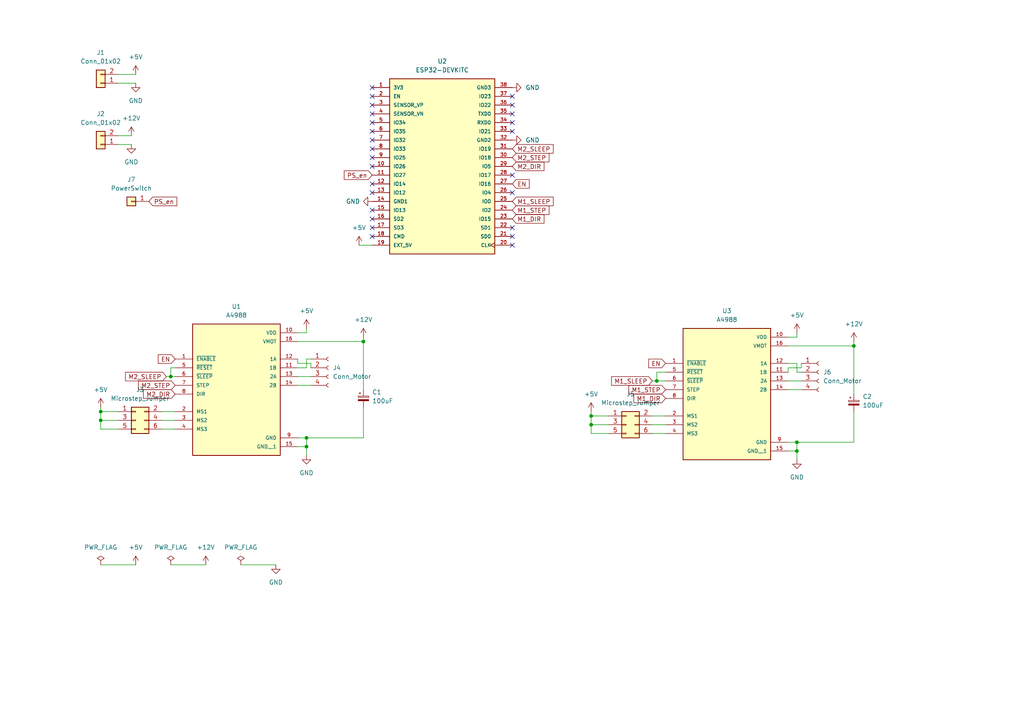
<source format=kicad_sch>
(kicad_sch (version 20211123) (generator eeschema)
  (paper "A4")
  (lib_symbols
    (symbol "A4988_STEPPER_MOTOR_DRIVER_CARRIER:A4988_STEPPER_MOTOR_DRIVER_CARRIER" (pin_names (offset 1.016))
      (property "Reference" "U" (at -12.7 19.05 0))
      (property "Value" "A4988_STEPPER_MOTOR_DRIVER_CARRIER" (at -12.7 -24.13 0))
      (symbol "A4988_STEPPER_MOTOR_DRIVER_CARRIER_0_0"
        (rectangle (start -12.7 -20.32) (end 12.7 17.78) (stroke (width 0.254)) (fill (type background)))
        (pin input line (at -17.78 7.62 0) (length 5.08) (name "~{ENABLE}") (number "1"))
        (pin power_in line (at 17.78 15.24 180) (length 5.08) (name "VDD") (number "10"))
        (pin output line (at 17.78 5.08 180) (length 5.08) (name "1B") (number "11"))
        (pin output line (at 17.78 7.62 180) (length 5.08) (name "1A") (number "12"))
        (pin output line (at 17.78 2.54 180) (length 5.08) (name "2A") (number "13"))
        (pin output line (at 17.78 0 180) (length 5.08) (name "2B") (number "14"))
        (pin power_in line (at 17.78 -17.78 180) (length 5.08) (name "GND__1") (number "15"))
        (pin power_in line (at 17.78 12.7 180) (length 5.08) (name "VMOT") (number "16"))
        (pin input line (at -17.78 -7.62 0) (length 5.08) (name "MS1") (number "2"))
        (pin input line (at -17.78 -10.16 0) (length 5.08) (name "MS2") (number "3"))
        (pin input line (at -17.78 -12.7 0) (length 5.08) (name "MS3") (number "4"))
        (pin input line (at -17.78 5.08 0) (length 5.08) (name "~{RESET}") (number "5"))
        (pin input line (at -17.78 2.54 0) (length 5.08) (name "~{SLEEP}") (number "6"))
        (pin input line (at -17.78 0 0) (length 5.08) (name "STEP") (number "7"))
        (pin input line (at -17.78 -2.54 0) (length 5.08) (name "DIR") (number "8"))
        (pin power_in line (at 17.78 -15.24 180) (length 5.08) (name "GND") (number "9"))
      )
    )
    (symbol "Connector:Conn_01x04_Female" (pin_names (offset 1.016) hide)
      (property "Reference" "J" (at 0 5.08 0))
      (property "Value" "Conn_01x04_Female" (at 0 -7.62 0))
      (symbol "Conn_01x04_Female_1_1"
        (arc (start 0 -4.572) (mid -0.508 -5.08) (end 0 -5.588) (stroke (width 0.1524)))
        (arc (start 0 -2.032) (mid -0.508 -2.54) (end 0 -3.048) (stroke (width 0.1524)))
        (polyline (pts (xy -1.27 -5.08) (xy -0.508 -5.08)) (stroke (width 0.1524)))
        (polyline (pts (xy -1.27 -2.54) (xy -0.508 -2.54)) (stroke (width 0.1524)))
        (polyline (pts (xy -1.27 0) (xy -0.508 0)) (stroke (width 0.1524)))
        (polyline (pts (xy -1.27 2.54) (xy -0.508 2.54)) (stroke (width 0.1524)))
        (arc (start 0 0.508) (mid -0.508 0) (end 0 -0.508) (stroke (width 0.1524)))
        (arc (start 0 3.048) (mid -0.508 2.54) (end 0 2.032) (stroke (width 0.1524)))
        (pin passive line (at -5.08 2.54 0) (length 3.81) (name "Pin_1") (number "1"))
        (pin passive line (at -5.08 0 0) (length 3.81) (name "Pin_2") (number "2"))
        (pin passive line (at -5.08 -2.54 0) (length 3.81) (name "Pin_3") (number "3"))
        (pin passive line (at -5.08 -5.08 0) (length 3.81) (name "Pin_4") (number "4"))
      )
    )
    (symbol "Connector_Generic:Conn_01x01" (pin_names (offset 1.016) hide)
      (property "Reference" "J" (at 0 2.54 0))
      (property "Value" "Conn_01x01" (at 0 -2.54 0))
      (symbol "Conn_01x01_1_1"
        (rectangle (start -1.27 0.127) (end 0 -0.127) (stroke (width 0.1524)))
        (rectangle (start -1.27 1.27) (end 1.27 -1.27) (stroke (width 0.254)) (fill (type background)))
        (pin passive line (at -5.08 0 0) (length 3.81) (name "Pin_1") (number "1"))
      )
    )
    (symbol "Connector_Generic:Conn_01x02" (pin_names (offset 1.016) hide)
      (property "Reference" "J" (at 0 2.54 0))
      (property "Value" "Conn_01x02" (at 0 -5.08 0))
      (symbol "Conn_01x02_1_1"
        (rectangle (start -1.27 -2.413) (end 0 -2.667) (stroke (width 0.1524)))
        (rectangle (start -1.27 0.127) (end 0 -0.127) (stroke (width 0.1524)))
        (rectangle (start -1.27 1.27) (end 1.27 -3.81) (stroke (width 0.254)) (fill (type background)))
        (pin passive line (at -5.08 0 0) (length 3.81) (name "Pin_1") (number "1"))
        (pin passive line (at -5.08 -2.54 0) (length 3.81) (name "Pin_2") (number "2"))
      )
    )
    (symbol "Connector_Generic:Conn_02x03_Odd_Even" (pin_names (offset 1.016) hide)
      (property "Reference" "J" (at 1.27 5.08 0))
      (property "Value" "Conn_02x03_Odd_Even" (at 1.27 -5.08 0))
      (symbol "Conn_02x03_Odd_Even_1_1"
        (rectangle (start -1.27 -2.413) (end 0 -2.667) (stroke (width 0.1524)))
        (rectangle (start -1.27 0.127) (end 0 -0.127) (stroke (width 0.1524)))
        (rectangle (start -1.27 2.667) (end 0 2.413) (stroke (width 0.1524)))
        (rectangle (start -1.27 3.81) (end 3.81 -3.81) (stroke (width 0.254)) (fill (type background)))
        (rectangle (start 3.81 -2.413) (end 2.54 -2.667) (stroke (width 0.1524)))
        (rectangle (start 3.81 0.127) (end 2.54 -0.127) (stroke (width 0.1524)))
        (rectangle (start 3.81 2.667) (end 2.54 2.413) (stroke (width 0.1524)))
        (pin passive line (at -5.08 2.54 0) (length 3.81) (name "Pin_1") (number "1"))
        (pin passive line (at 7.62 2.54 180) (length 3.81) (name "Pin_2") (number "2"))
        (pin passive line (at -5.08 0 0) (length 3.81) (name "Pin_3") (number "3"))
        (pin passive line (at 7.62 0 180) (length 3.81) (name "Pin_4") (number "4"))
        (pin passive line (at -5.08 -2.54 0) (length 3.81) (name "Pin_5") (number "5"))
        (pin passive line (at 7.62 -2.54 180) (length 3.81) (name "Pin_6") (number "6"))
      )
    )
    (symbol "Device:C_Polarized_Small" (pin_numbers hide) (pin_names (offset 0.254) hide)
      (property "Reference" "C" (at 0.254 1.778 0))
      (property "Value" "C_Polarized_Small" (at 0.254 -2.032 0))
      (symbol "C_Polarized_Small_0_1"
        (rectangle (start -1.524 -0.3048) (end 1.524 -0.6858) (fill (type outline)))
        (rectangle (start -1.524 0.6858) (end 1.524 0.3048))
        (polyline (pts (xy -1.27 1.524) (xy -0.762 1.524)))
        (polyline (pts (xy -1.016 1.27) (xy -1.016 1.778)))
      )
      (symbol "C_Polarized_Small_1_1"
        (pin passive line (at 0 2.54 270) (length 1.8542) (name "~") (number "1"))
        (pin passive line (at 0 -2.54 90) (length 1.8542) (name "~") (number "2"))
      )
    )
    (symbol "ESP32-DEVKITC:ESP32-DEVKITC" (pin_names (offset 1.016))
      (property "Reference" "U" (at -15.2572 26.0643 0))
      (property "Value" "ESP32-DEVKITC" (at -15.2563 -27.9698 0))
      (symbol "ESP32-DEVKITC_0_0"
        (rectangle (start -15.24 -25.4) (end 15.24 25.4) (stroke (width 0.254)) (fill (type background)))
        (pin power_in line (at -20.32 22.86 0) (length 5.08) (name "3V3") (number "1"))
        (pin bidirectional line (at -20.32 0 0) (length 5.08) (name "IO26") (number "10"))
        (pin bidirectional line (at -20.32 -2.54 0) (length 5.08) (name "IO27") (number "11"))
        (pin bidirectional line (at -20.32 -5.08 0) (length 5.08) (name "IO14") (number "12"))
        (pin bidirectional line (at -20.32 -7.62 0) (length 5.08) (name "IO12") (number "13"))
        (pin power_in line (at -20.32 -10.16 0) (length 5.08) (name "GND1") (number "14"))
        (pin bidirectional line (at -20.32 -12.7 0) (length 5.08) (name "IO13") (number "15"))
        (pin bidirectional line (at -20.32 -15.24 0) (length 5.08) (name "SD2") (number "16"))
        (pin bidirectional line (at -20.32 -17.78 0) (length 5.08) (name "SD3") (number "17"))
        (pin bidirectional line (at -20.32 -20.32 0) (length 5.08) (name "CMD") (number "18"))
        (pin power_in line (at -20.32 -22.86 0) (length 5.08) (name "EXT_5V") (number "19"))
        (pin input line (at -20.32 20.32 0) (length 5.08) (name "EN") (number "2"))
        (pin input clock (at 20.32 -22.86 180) (length 5.08) (name "CLK") (number "20"))
        (pin bidirectional line (at 20.32 -20.32 180) (length 5.08) (name "SD0") (number "21"))
        (pin bidirectional line (at 20.32 -17.78 180) (length 5.08) (name "SD1") (number "22"))
        (pin bidirectional line (at 20.32 -15.24 180) (length 5.08) (name "IO15") (number "23"))
        (pin bidirectional line (at 20.32 -12.7 180) (length 5.08) (name "IO2") (number "24"))
        (pin bidirectional line (at 20.32 -10.16 180) (length 5.08) (name "IO0") (number "25"))
        (pin bidirectional line (at 20.32 -7.62 180) (length 5.08) (name "IO4") (number "26"))
        (pin bidirectional line (at 20.32 -5.08 180) (length 5.08) (name "IO16") (number "27"))
        (pin bidirectional line (at 20.32 -2.54 180) (length 5.08) (name "IO17") (number "28"))
        (pin bidirectional line (at 20.32 0 180) (length 5.08) (name "IO5") (number "29"))
        (pin input line (at -20.32 17.78 0) (length 5.08) (name "SENSOR_VP") (number "3"))
        (pin bidirectional line (at 20.32 2.54 180) (length 5.08) (name "IO18") (number "30"))
        (pin bidirectional line (at 20.32 5.08 180) (length 5.08) (name "IO19") (number "31"))
        (pin power_in line (at 20.32 7.62 180) (length 5.08) (name "GND2") (number "32"))
        (pin bidirectional line (at 20.32 10.16 180) (length 5.08) (name "IO21") (number "33"))
        (pin input line (at 20.32 12.7 180) (length 5.08) (name "RXD0") (number "34"))
        (pin output line (at 20.32 15.24 180) (length 5.08) (name "TXD0") (number "35"))
        (pin bidirectional line (at 20.32 17.78 180) (length 5.08) (name "IO22") (number "36"))
        (pin bidirectional line (at 20.32 20.32 180) (length 5.08) (name "IO23") (number "37"))
        (pin power_in line (at 20.32 22.86 180) (length 5.08) (name "GND3") (number "38"))
        (pin input line (at -20.32 15.24 0) (length 5.08) (name "SENSOR_VN") (number "4"))
        (pin bidirectional line (at -20.32 12.7 0) (length 5.08) (name "IO34") (number "5"))
        (pin bidirectional line (at -20.32 10.16 0) (length 5.08) (name "IO35") (number "6"))
        (pin bidirectional line (at -20.32 7.62 0) (length 5.08) (name "IO32") (number "7"))
        (pin bidirectional line (at -20.32 5.08 0) (length 5.08) (name "IO33") (number "8"))
        (pin bidirectional line (at -20.32 2.54 0) (length 5.08) (name "IO25") (number "9"))
      )
    )
    (symbol "power:+12V" (power) (pin_names (offset 0))
      (property "Value" "+12V" (at 0 3.556 0))
      (symbol "+12V_0_1"
        (polyline (pts (xy -0.762 1.27) (xy 0 2.54)))
        (polyline (pts (xy 0 0) (xy 0 2.54)))
        (polyline (pts (xy 0 2.54) (xy 0.762 1.27)))
      )
      (symbol "+12V_1_1"
        (pin power_in line (at 0 0 90) (length 0) hide (name "+12V") (number "1"))
      )
    )
    (symbol "power:+5V" (power) (pin_names (offset 0))
      (property "Value" "+5V" (at 0 3.556 0))
      (symbol "+5V_0_1"
        (polyline (pts (xy -0.762 1.27) (xy 0 2.54)))
        (polyline (pts (xy 0 0) (xy 0 2.54)))
        (polyline (pts (xy 0 2.54) (xy 0.762 1.27)))
      )
      (symbol "+5V_1_1"
        (pin power_in line (at 0 0 90) (length 0) hide (name "+5V") (number "1"))
      )
    )
    (symbol "power:GND" (power) (pin_names (offset 0))
      (property "Value" "GND" (at 0 -3.81 0))
      (symbol "GND_0_1"
        (polyline (pts (xy 0 0) (xy 0 -1.27) (xy 1.27 -1.27) (xy 0 -2.54) (xy -1.27 -1.27) (xy 0 -1.27)))
      )
      (symbol "GND_1_1"
        (pin power_in line (at 0 0 270) (length 0) hide (name "GND") (number "1"))
      )
    )
    (symbol "power:PWR_FLAG" (power) (pin_numbers hide) (pin_names (offset 0) hide)
      (property "Value" "PWR_FLAG" (at 0 3.81 0))
      (symbol "PWR_FLAG_0_0"
        (pin power_out line (at 0 0 90) (length 0) (name "pwr") (number "1"))
      )
      (symbol "PWR_FLAG_0_1"
        (polyline (pts (xy 0 0) (xy 0 1.27) (xy -1.016 1.905) (xy 0 2.54) (xy 1.016 1.905) (xy 0 1.27)))
      )
    )
  )
  (junction (at 231.14 128.27))
  (junction (at 231.14 130.81))
  (junction (at 171.45 120.65))
  (junction (at 247.65 100.33))
  (junction (at 29.21 121.92))
  (junction (at 171.45 123.19))
  (junction (at 88.9 127))
  (junction (at 105.41 99.06))
  (junction (at 190.5 110.49))
  (junction (at 29.21 119.38))
  (junction (at 49.53 109.22))
  (junction (at 88.9 129.54))
  (no_connect (at 107.95 38.1))
  (no_connect (at 107.95 40.64))
  (no_connect (at 107.95 43.18))
  (no_connect (at 107.95 45.72))
  (no_connect (at 148.59 71.12))
  (no_connect (at 148.59 68.58))
  (no_connect (at 148.59 66.04))
  (no_connect (at 148.59 55.88))
  (no_connect (at 148.59 30.48))
  (no_connect (at 148.59 27.94))
  (no_connect (at 148.59 50.8))
  (no_connect (at 148.59 38.1))
  (no_connect (at 148.59 35.56))
  (no_connect (at 148.59 33.02))
  (no_connect (at 107.95 25.4))
  (no_connect (at 107.95 27.94))
  (no_connect (at 107.95 30.48))
  (no_connect (at 107.95 33.02))
  (no_connect (at 107.95 35.56))
  (no_connect (at 107.95 60.96))
  (no_connect (at 107.95 63.5))
  (no_connect (at 107.95 68.58))
  (no_connect (at 107.95 48.26))
  (no_connect (at 107.95 53.34))
  (no_connect (at 107.95 55.88))
  (no_connect (at 107.95 66.04))
  (wire (pts (xy 171.45 123.19) (xy 176.53 123.19)))
  (wire (pts (xy 49.53 163.83) (xy 59.69 163.83)))
  (wire (pts (xy 29.21 124.46) (xy 29.21 121.92)))
  (wire (pts (xy 88.9 127) (xy 88.9 129.54)))
  (wire (pts (xy 86.36 111.76) (xy 90.17 111.76)))
  (wire (pts (xy 29.21 119.38) (xy 34.29 119.38)))
  (wire (pts (xy 90.17 104.14) (xy 88.9 104.14)))
  (wire (pts (xy 105.41 118.11) (xy 105.41 127)))
  (wire (pts (xy 46.99 119.38) (xy 50.8 119.38)))
  (wire (pts (xy 171.45 120.65) (xy 176.53 120.65)))
  (wire (pts (xy 29.21 121.92) (xy 29.21 119.38)))
  (wire (pts (xy 189.23 120.65) (xy 193.04 120.65)))
  (wire (pts (xy 86.36 104.14) (xy 86.36 105.41)))
  (wire (pts (xy 34.29 24.13) (xy 39.37 24.13)))
  (wire (pts (xy 34.29 21.59) (xy 39.37 21.59)))
  (wire (pts (xy 247.65 114.3) (xy 247.65 100.33)))
  (wire (pts (xy 29.21 119.38) (xy 29.21 118.11)))
  (wire (pts (xy 29.21 121.92) (xy 34.29 121.92)))
  (wire (pts (xy 247.65 100.33) (xy 228.6 100.33)))
  (wire (pts (xy 171.45 123.19) (xy 171.45 120.65)))
  (wire (pts (xy 90.17 106.68) (xy 90.17 105.41)))
  (wire (pts (xy 228.6 106.68) (xy 232.41 106.68)))
  (wire (pts (xy 69.85 163.83) (xy 80.01 163.83)))
  (wire (pts (xy 34.29 124.46) (xy 29.21 124.46)))
  (wire (pts (xy 88.9 129.54) (xy 88.9 132.08)))
  (wire (pts (xy 189.23 125.73) (xy 193.04 125.73)))
  (wire (pts (xy 189.23 110.49) (xy 190.5 110.49)))
  (wire (pts (xy 105.41 113.03) (xy 105.41 99.06)))
  (wire (pts (xy 231.14 130.81) (xy 231.14 133.35)))
  (wire (pts (xy 231.14 107.95) (xy 231.14 105.41)))
  (wire (pts (xy 88.9 106.68) (xy 86.36 106.68)))
  (wire (pts (xy 228.6 113.03) (xy 232.41 113.03)))
  (wire (pts (xy 104.14 71.12) (xy 107.95 71.12)))
  (wire (pts (xy 88.9 127) (xy 86.36 127)))
  (wire (pts (xy 231.14 128.27) (xy 231.14 130.81)))
  (wire (pts (xy 247.65 119.38) (xy 247.65 128.27)))
  (wire (pts (xy 34.29 41.91) (xy 38.1 41.91)))
  (wire (pts (xy 171.45 125.73) (xy 171.45 123.19)))
  (wire (pts (xy 48.26 109.22) (xy 49.53 109.22)))
  (wire (pts (xy 34.29 39.37) (xy 38.1 39.37)))
  (wire (pts (xy 228.6 106.68) (xy 228.6 107.95)))
  (wire (pts (xy 86.36 129.54) (xy 88.9 129.54)))
  (wire (pts (xy 190.5 110.49) (xy 193.04 110.49)))
  (wire (pts (xy 193.04 107.95) (xy 190.5 107.95)))
  (wire (pts (xy 46.99 124.46) (xy 50.8 124.46)))
  (wire (pts (xy 46.99 121.92) (xy 50.8 121.92)))
  (wire (pts (xy 231.14 128.27) (xy 228.6 128.27)))
  (wire (pts (xy 176.53 125.73) (xy 171.45 125.73)))
  (wire (pts (xy 105.41 127) (xy 88.9 127)))
  (wire (pts (xy 29.21 163.83) (xy 39.37 163.83)))
  (wire (pts (xy 88.9 96.52) (xy 86.36 96.52)))
  (wire (pts (xy 228.6 130.81) (xy 231.14 130.81)))
  (wire (pts (xy 49.53 109.22) (xy 50.8 109.22)))
  (wire (pts (xy 49.53 106.68) (xy 49.53 109.22)))
  (wire (pts (xy 247.65 128.27) (xy 231.14 128.27)))
  (wire (pts (xy 90.17 105.41) (xy 86.36 105.41)))
  (wire (pts (xy 88.9 104.14) (xy 88.9 106.68)))
  (wire (pts (xy 190.5 107.95) (xy 190.5 110.49)))
  (wire (pts (xy 232.41 107.95) (xy 231.14 107.95)))
  (wire (pts (xy 231.14 96.52) (xy 231.14 97.79)))
  (wire (pts (xy 189.23 123.19) (xy 193.04 123.19)))
  (wire (pts (xy 231.14 97.79) (xy 228.6 97.79)))
  (wire (pts (xy 171.45 120.65) (xy 171.45 119.38)))
  (wire (pts (xy 86.36 109.22) (xy 90.17 109.22)))
  (wire (pts (xy 232.41 105.41) (xy 232.41 106.68)))
  (wire (pts (xy 231.14 105.41) (xy 228.6 105.41)))
  (wire (pts (xy 88.9 95.25) (xy 88.9 96.52)))
  (wire (pts (xy 247.65 99.06) (xy 247.65 100.33)))
  (wire (pts (xy 228.6 110.49) (xy 232.41 110.49)))
  (wire (pts (xy 105.41 97.79) (xy 105.41 99.06)))
  (wire (pts (xy 50.8 106.68) (xy 49.53 106.68)))
  (wire (pts (xy 105.41 99.06) (xy 86.36 99.06)))
  (global_label "M1_SLEEP" (shape input) (at 148.59 58.42 0) (property "Intersheet References" "${INTERSHEET_REFS}" (effects hide)))
  (global_label "M2_DIR" (shape input) (at 148.59 48.26 0) (property "Intersheet References" "${INTERSHEET_REFS}" (effects hide)))
  (global_label "M2_SLEEP" (shape input) (at 148.59 43.18 0) (property "Intersheet References" "${INTERSHEET_REFS}" (effects hide)))
  (global_label "EN" (shape input) (at 193.04 105.41 180) (property "Intersheet References" "${INTERSHEET_REFS}" (effects hide)))
  (global_label "M2_SLEEP" (shape input) (at 48.26 109.22 180) (property "Intersheet References" "${INTERSHEET_REFS}" (effects hide)))
  (global_label "M1_STEP" (shape input) (at 148.59 60.96 0) (property "Intersheet References" "${INTERSHEET_REFS}" (effects hide)))
  (global_label "M1_STEP" (shape input) (at 193.04 113.03 180) (property "Intersheet References" "${INTERSHEET_REFS}" (effects hide)))
  (global_label "M1_DIR" (shape input) (at 148.59 63.5 0) (property "Intersheet References" "${INTERSHEET_REFS}" (effects hide)))
  (global_label "M1_SLEEP" (shape input) (at 189.23 110.49 180) (property "Intersheet References" "${INTERSHEET_REFS}" (effects hide)))
  (global_label "M2_STEP" (shape input) (at 148.59 45.72 0) (property "Intersheet References" "${INTERSHEET_REFS}" (effects hide)))
  (global_label "M2_STEP" (shape input) (at 50.8 111.76 180) (property "Intersheet References" "${INTERSHEET_REFS}" (effects hide)))
  (global_label "EN" (shape input) (at 148.59 53.34 0) (property "Intersheet References" "${INTERSHEET_REFS}" (effects hide)))
  (global_label "EN" (shape input) (at 50.8 104.14 180) (property "Intersheet References" "${INTERSHEET_REFS}" (effects hide)))
  (global_label "PS_en" (shape input) (at 107.95 50.8 180) (property "Intersheet References" "${INTERSHEET_REFS}" (effects hide)))
  (global_label "M1_DIR" (shape input) (at 193.04 115.57 180) (property "Intersheet References" "${INTERSHEET_REFS}" (effects hide)))
  (global_label "PS_en" (shape input) (at 43.18 58.42 0) (property "Intersheet References" "${INTERSHEET_REFS}" (effects hide)))
  (global_label "M2_DIR" (shape input) (at 50.8 114.3 180) (property "Intersheet References" "${INTERSHEET_REFS}" (effects hide)))
  (symbol (lib_id "Connector_Generic:Conn_02x03_Odd_Even") (at 181.61 123.19 0) (unit 1)
    (property "Reference" "J5" (at 182.88 114.3 0))
    (property "Value" "Microstep_Jumper" (at 182.88 116.84 0))
    (property "Footprint" "Connector_PinSocket_2.54mm:PinSocket_2x03_P2.54mm_Vertical" (effects hide))
  )
  (symbol (lib_id "power:GND") (at 80.01 163.83 0) (unit 1)
    (property "Reference" "#PWR08" (effects hide))
    (property "Value" "GND" (at 80.01 168.91 0))
  )
  (symbol (lib_id "power:+12V") (at 105.41 97.79 0) (unit 1)
    (property "Reference" "#PWR012" (effects hide))
    (property "Value" "+12V" (at 105.41 92.71 0))
  )
  (symbol (lib_id "power:+12V") (at 38.1 39.37 0) (unit 1)
    (property "Reference" "#PWR02" (effects hide))
    (property "Value" "+12V" (at 38.1 34.29 0))
  )
  (symbol (lib_id "power:GND") (at 148.59 25.4 90) (unit 1)
    (property "Reference" "#PWR014" (effects hide))
    (property "Value" "GND" (at 152.4 25.3999 90) (effects (justify right)))
  )
  (symbol (lib_id "Connector:Conn_01x04_Female") (at 95.25 106.68 0) (unit 1)
    (property "Reference" "J4" (at 96.52 106.6799 0) (effects (justify left)))
    (property "Value" "Conn_Motor" (at 96.52 109.2199 0) (effects (justify left)))
    (property "Footprint" "Connector_JST:JST_XH_B4B-XH-A_1x04_P2.50mm_Vertical" (effects hide))
  )
  (symbol (lib_id "power:GND") (at 148.59 40.64 90) (unit 1)
    (property "Reference" "#PWR015" (effects hide))
    (property "Value" "GND" (at 152.4 40.6399 90) (effects (justify right)))
  )
  (symbol (lib_id "power:GND") (at 107.95 58.42 270) (unit 1)
    (property "Reference" "#PWR013" (effects hide))
    (property "Value" "GND" (at 100.33 58.42 90) (effects (justify left)))
  )
  (symbol (lib_id "Device:C_Polarized_Small") (at 105.41 115.57 0) (unit 1)
    (property "Reference" "C1" (at 107.95 113.7538 0) (effects (justify left)))
    (property "Value" "100uF" (at 107.95 116.2938 0) (effects (justify left)))
    (property "Footprint" "Capacitor_THT:C_Radial_D10.0mm_H16.0mm_P5.00mm" (effects hide))
  )
  (symbol (lib_id "power:+5V") (at 88.9 95.25 0) (unit 1)
    (property "Reference" "#PWR09" (effects hide))
    (property "Value" "+5V" (at 88.9 90.17 0))
  )
  (symbol (lib_id "power:PWR_FLAG") (at 69.85 163.83 0) (unit 1)
    (property "Reference" "#FLG03" (effects hide))
    (property "Value" "PWR_FLAG" (at 69.85 158.75 0))
  )
  (symbol (lib_id "Connector:Conn_01x04_Female") (at 237.49 107.95 0) (unit 1)
    (property "Reference" "J6" (at 238.76 107.9499 0) (effects (justify left)))
    (property "Value" "Conn_Motor" (at 238.76 110.4899 0) (effects (justify left)))
    (property "Footprint" "Connector_JST:JST_XH_B4B-XH-A_1x04_P2.50mm_Vertical" (effects hide))
  )
  (symbol (lib_id "power:GND") (at 231.14 133.35 0) (unit 1)
    (property "Reference" "#PWR018" (effects hide))
    (property "Value" "GND" (at 231.14 138.43 0))
  )
  (symbol (lib_id "Connector_Generic:Conn_02x03_Odd_Even") (at 39.37 121.92 0) (unit 1)
    (property "Reference" "J3" (at 40.64 113.03 0))
    (property "Value" "Microstep_Jumper" (at 40.64 115.57 0))
    (property "Footprint" "Connector_PinSocket_2.54mm:PinSocket_2x03_P2.54mm_Vertical" (effects hide))
  )
  (symbol (lib_id "ESP32-DEVKITC:ESP32-DEVKITC") (at 128.27 48.26 0) (unit 1)
    (property "Reference" "U2" (at 128.27 17.78 0))
    (property "Value" "ESP32-DEVKITC" (at 128.27 20.32 0))
    (property "Footprint" "SnapEDA Library:MODULE_ESP32-DEVKITC" (effects hide))
    (property "PARTREV" "N/A" (effects hide))
    (property "MANUFACTURER" "ESPRESSIF" (effects hide))
    (property "STANDARD" "Manufacturer Recommendations" (effects hide))
  )
  (symbol (lib_id "power:+5V") (at 29.21 118.11 0) (unit 1)
    (property "Reference" "#PWR01" (effects hide))
    (property "Value" "+5V" (at 29.21 113.03 0))
  )
  (symbol (lib_id "Device:C_Polarized_Small") (at 247.65 116.84 0) (unit 1)
    (property "Reference" "C2" (at 250.19 115.0238 0) (effects (justify left)))
    (property "Value" "100uF" (at 250.19 117.5638 0) (effects (justify left)))
    (property "Footprint" "Capacitor_THT:C_Radial_D10.0mm_H16.0mm_P5.00mm" (effects hide))
  )
  (symbol (lib_id "power:GND") (at 38.1 41.91 0) (unit 1)
    (property "Reference" "#PWR03" (effects hide))
    (property "Value" "GND" (at 38.1 46.99 0))
  )
  (symbol (lib_id "power:PWR_FLAG") (at 29.21 163.83 0) (unit 1)
    (property "Reference" "#FLG01" (effects hide))
    (property "Value" "PWR_FLAG" (at 29.21 158.75 0))
  )
  (symbol (lib_id "power:+12V") (at 247.65 99.06 0) (unit 1)
    (property "Reference" "#PWR019" (effects hide))
    (property "Value" "+12V" (at 247.65 93.98 0))
  )
  (symbol (lib_id "Connector_Generic:Conn_01x02") (at 29.21 24.13 180) (unit 1)
    (property "Reference" "J1" (at 29.21 15.24 0))
    (property "Value" "Conn_01x02" (at 29.21 17.78 0))
    (property "Footprint" "Connector_BarrelJack:BarrelJack_CUI_PJ-102AH_Horizontal" (effects hide))
  )
  (symbol (lib_id "power:+5V") (at 231.14 96.52 0) (unit 1)
    (property "Reference" "#PWR017" (effects hide))
    (property "Value" "+5V" (at 231.14 91.44 0))
  )
  (symbol (lib_id "Connector_Generic:Conn_01x02") (at 29.21 41.91 180) (unit 1)
    (property "Reference" "J2" (at 29.21 33.02 0))
    (property "Value" "Conn_01x02" (at 29.21 35.56 0))
    (property "Footprint" "Connector_BarrelJack:BarrelJack_CUI_PJ-102AH_Horizontal" (effects hide))
  )
  (symbol (lib_id "power:+5V") (at 171.45 119.38 0) (unit 1)
    (property "Reference" "#PWR016" (effects hide))
    (property "Value" "+5V" (at 171.45 114.3 0))
  )
  (symbol (lib_id "power:+5V") (at 104.14 71.12 0) (unit 1)
    (property "Reference" "#PWR011" (effects hide))
    (property "Value" "+5V" (at 104.14 66.04 0))
  )
  (symbol (lib_id "power:PWR_FLAG") (at 49.53 163.83 0) (unit 1)
    (property "Reference" "#FLG02" (effects hide))
    (property "Value" "PWR_FLAG" (at 49.53 158.75 0))
  )
  (symbol (lib_id "A4988_STEPPER_MOTOR_DRIVER_CARRIER:A4988_STEPPER_MOTOR_DRIVER_CARRIER") (at 68.58 111.76 0) (unit 1)
    (property "Reference" "U1" (at 68.58 88.9 0))
    (property "Value" "A4988" (at 68.58 91.44 0))
    (property "Footprint" "SnapEDA Library:MODULE_A4988_STEPPER_MOTOR_DRIVER_CARRIER" (effects hide))
    (property "AVAILABILITY" "Unavailable" (effects hide))
    (property "PACKAGE" "None" (effects hide))
    (property "MP" "A4988 STEPPER MOTOR DRIVER CARRIER" (effects hide))
    (property "PRICE" "None" (effects hide))
    (property "DESCRIPTION" "Stepper motor controler; IC: A4988; 1A; Uin mot: 8÷35V" (effects hide))
    (property "MF" "Pololu" (effects hide))
  )
  (symbol (lib_id "power:+12V") (at 59.69 163.83 0) (unit 1)
    (property "Reference" "#PWR07" (effects hide))
    (property "Value" "+12V" (at 59.69 158.75 0))
  )
  (symbol (lib_id "power:+5V") (at 39.37 163.83 0) (unit 1)
    (property "Reference" "#PWR06" (effects hide))
    (property "Value" "+5V" (at 39.37 158.75 0))
  )
  (symbol (lib_id "power:+5V") (at 39.37 21.59 0) (unit 1)
    (property "Reference" "#PWR04" (effects hide))
    (property "Value" "+5V" (at 39.37 16.51 0))
  )
  (symbol (lib_id "A4988_STEPPER_MOTOR_DRIVER_CARRIER:A4988_STEPPER_MOTOR_DRIVER_CARRIER") (at 210.82 113.03 0) (unit 1)
    (property "Reference" "U3" (at 210.82 90.17 0))
    (property "Value" "A4988" (at 210.82 92.71 0))
    (property "Footprint" "SnapEDA Library:MODULE_A4988_STEPPER_MOTOR_DRIVER_CARRIER" (effects hide))
    (property "AVAILABILITY" "Unavailable" (effects hide))
    (property "PACKAGE" "None" (effects hide))
    (property "MP" "A4988 STEPPER MOTOR DRIVER CARRIER" (effects hide))
    (property "PRICE" "None" (effects hide))
    (property "DESCRIPTION" "Stepper motor controler; IC: A4988; 1A; Uin mot: 8÷35V" (effects hide))
    (property "MF" "Pololu" (effects hide))
  )
  (symbol (lib_id "power:GND") (at 39.37 24.13 0) (unit 1)
    (property "Reference" "#PWR05" (effects hide))
    (property "Value" "GND" (at 39.37 29.21 0))
  )
  (symbol (lib_id "Connector_Generic:Conn_01x01") (at 38.1 58.42 180) (unit 1)
    (property "Reference" "J7" (at 38.1 52.07 0))
    (property "Value" "PowerSwitch" (at 38.1 54.61 0))
    (property "Footprint" "Connector_PinSocket_2.54mm:PinSocket_1x01_P2.54mm_Vertical" (effects hide))
  )
  (symbol (lib_id "power:GND") (at 88.9 132.08 0) (unit 1)
    (property "Reference" "#PWR010" (effects hide))
    (property "Value" "GND" (at 88.9 137.16 0))
  )
)
</source>
